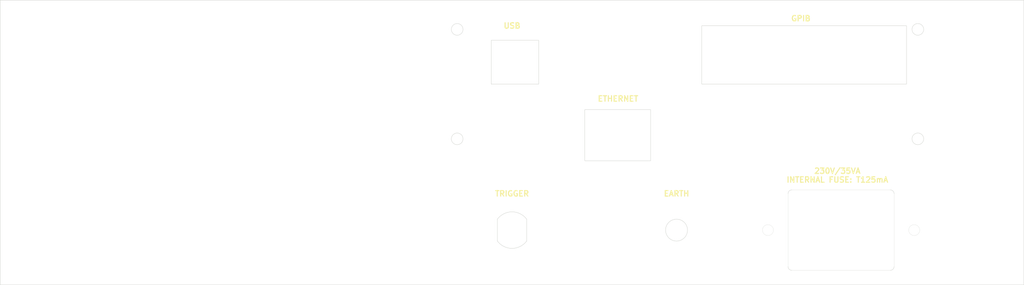
<source format=kicad_pcb>
(kicad_pcb (version 20211014) (generator pcbnew)
  (layers (0 "F.Cu" signal) (31 "B.Cu" signal) (34 "B.Paste" user) (35 "F.Paste" user) (36 "B.SilkS" user "B.Silkscreen") (37 "F.SilkS" user "F.Silkscreen") (38 "B.Mask" user) (39 "F.Mask" user) (44 "Edge.Cuts" user))
  (net 0 "")
  (footprint "MountingHole:MountingHole_4.3mm_M4" (layer "F.Cu") (at 10 -10.5)
    (fp_text reference "H1" hide)
    (fp_text value "MountingHole")
    (pad "" np_thru_hole circle locked (at 0 0) (size 4.3 4.3) (drill 4.3) (layers *.Cu *.Mask))
  )
  (footprint "MountingHole:MountingHole_4.3mm_M4" (layer "F.Cu") (at 270 -10.5)
    (fp_text reference "H4" hide)
    (fp_text value "MountingHole")
    (pad "" np_thru_hole circle locked (at 0 0) (size 4.3 4.3) (drill 4.3) (layers *.Cu *.Mask))
  )
  (footprint "MountingHole:MountingHole_4.3mm_M4" (layer "F.Cu") (at 10 -67.5)
    (fp_text reference "H2" hide)
    (fp_text value "MountingHole")
    (pad "" np_thru_hole circle locked (at 0 0) (size 4.3 4.3) (drill 4.3) (layers *.Cu *.Mask))
  )
  (footprint "MountingHole:MountingHole_4.3mm_M4" (layer "F.Cu") (at 270 -67.5)
    (fp_text reference "H3" hide)
    (fp_text value "MountingHole")
    (pad "" np_thru_hole circle locked (at 0 0) (size 4.3 4.3) (drill 4.3) (layers *.Cu *.Mask))
  )
  (gr_arc (start 136 -18) (mid 140 -20) (end 144 -18) (layer "Edge.Cuts") (width 0.1))
  (gr_circle (center 125 -40) (end 126.6 -40) (layer "Edge.Cuts") (width 0.1) (fill none))
  (gr_circle (center 185 -15) (end 188 -15) (layer "Edge.Cuts") (width 0.1) (fill none))
  (gr_arc (start 215.5 -25) (mid 215.792893 -25.707107) (end 216.5 -26) (layer "Edge.Cuts") (width 0.1))
  (gr_line (start 280 -78) (end 0 -78) (layer "Edge.Cuts") (width 0.1))
  (gr_circle (center 210 -15) (end 210 -13.5) (layer "Edge.Cuts") (width 0.05) (fill none))
  (gr_line (start 244.5 -25) (end 244.5 -5) (layer "Edge.Cuts") (width 0.05))
  (gr_line (start 144 -18) (end 144 -12) (layer "Edge.Cuts") (width 0.1))
  (gr_line (start 216.5 -26) (end 243.5 -26) (layer "Edge.Cuts") (width 0.05))
  (gr_arc (start 243.5 -26) (mid 244.207107 -25.707107) (end 244.5 -25) (layer "Edge.Cuts") (width 0.1))
  (gr_circle (center 251 -70) (end 252.6 -70) (layer "Edge.Cuts") (width 0.1) (fill none))
  (gr_arc (start 144 -12) (mid 140 -10) (end 136 -12) (layer "Edge.Cuts") (width 0.1))
  (gr_rect (start 191.9 -55) (end 247.9 -71) (layer "Edge.Cuts") (width 0.1) (fill none))
  (gr_line (start 0 0) (end 280 0) (layer "Edge.Cuts") (width 0.1))
  (gr_circle (center 125 -70) (end 126.6 -70) (layer "Edge.Cuts") (width 0.1) (fill none))
  (gr_circle (center 250 -15) (end 250 -13.5) (layer "Edge.Cuts") (width 0.05) (fill none))
  (gr_circle (center 251 -40) (end 252.6 -40) (layer "Edge.Cuts") (width 0.1) (fill none))
  (gr_rect (start 134.3 -55) (end 147.3 -67) (layer "Edge.Cuts") (width 0.1) (fill none))
  (gr_line (start 243.5 -4) (end 216.5 -4) (layer "Edge.Cuts") (width 0.05))
  (gr_rect (start 159.9 -48) (end 177.9 -34) (layer "Edge.Cuts") (width 0.1) (fill none))
  (gr_line (start 0 -78) (end 0 0) (layer "Edge.Cuts") (width 0.1))
  (gr_arc (start 216.5 -4) (mid 215.792893 -4.292893) (end 215.5 -5) (layer "Edge.Cuts") (width 0.1))
  (gr_line (start 280 0) (end 280 -78) (layer "Edge.Cuts") (width 0.1))
  (gr_line (start 136 -18) (end 136 -12) (layer "Edge.Cuts") (width 0.1))
  (gr_arc (start 244.5 -5) (mid 244.207107 -4.292893) (end 243.5 -4) (layer "Edge.Cuts") (width 0.1))
  (gr_line (start 215.5 -5) (end 215.5 -25) (layer "Edge.Cuts") (width 0.05))
  (gr_text "ETHERNET" (at 169 -51) (layer "F.SilkS") (effects (font (size 1.5 1.5) (thickness 0.3))))
  (gr_text "USB" (at 140 -71) (layer "F.SilkS") (effects (font (size 1.5 1.5) (thickness 0.3))))
  (gr_text "230V/35VA\nINTERNAL FUSE: T125mA" (at 229 -30) (layer "F.SilkS") (effects (font (size 1.5 1.5) (thickness 0.3))))
  (gr_text "EARTH" (at 185 -25) (layer "F.SilkS") (effects (font (size 1.5 1.5) (thickness 0.3))))
  (gr_text "TRIGGER" (at 140 -25) (layer "F.SilkS") (effects (font (size 1.5 1.5) (thickness 0.3))))
  (gr_text "GPIB" (at 219 -73) (layer "F.SilkS") (effects (font (size 1.5 1.5) (thickness 0.3))))
)
</source>
